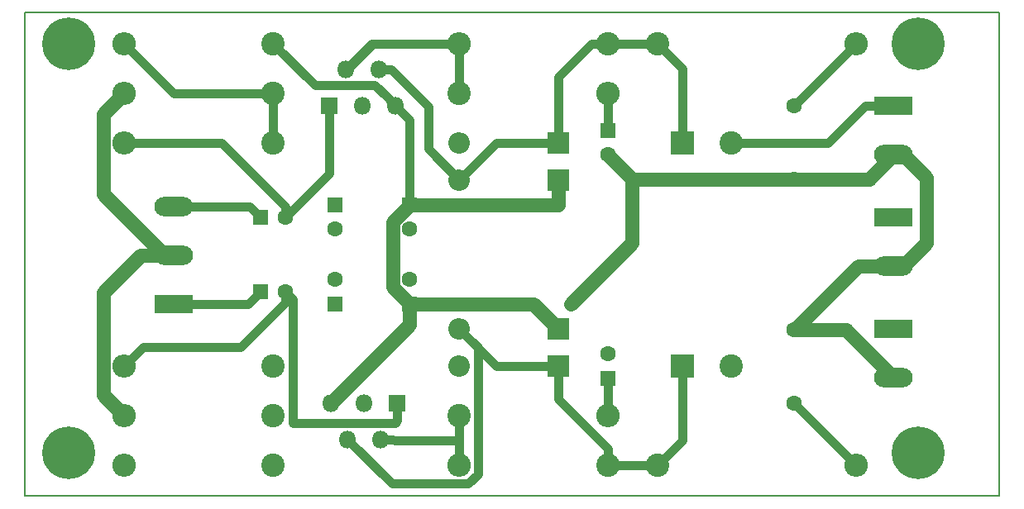
<source format=gbr>
%TF.GenerationSoftware,KiCad,Pcbnew,(5.0.0)*%
%TF.CreationDate,2018-07-24T20:25:44+02:00*%
%TF.ProjectId,tda2030StereoAmplifier,7464613230333053746572656F416D70,rev?*%
%TF.SameCoordinates,Original*%
%TF.FileFunction,Copper,L2,Bot,Signal*%
%TF.FilePolarity,Positive*%
%FSLAX46Y46*%
G04 Gerber Fmt 4.6, Leading zero omitted, Abs format (unit mm)*
G04 Created by KiCad (PCBNEW (5.0.0)) date 07/24/18 20:25:44*
%MOMM*%
%LPD*%
G01*
G04 APERTURE LIST*
%ADD10C,0.150000*%
%ADD11C,5.400000*%
%ADD12R,1.600000X1.600000*%
%ADD13C,1.600000*%
%ADD14O,1.800000X1.800000*%
%ADD15R,1.800000X1.800000*%
%ADD16C,2.400000*%
%ADD17O,2.400000X2.400000*%
%ADD18R,3.960000X1.980000*%
%ADD19O,3.960000X1.980000*%
%ADD20R,2.400000X2.400000*%
%ADD21O,2.200000X2.200000*%
%ADD22R,2.200000X2.200000*%
%ADD23C,0.800000*%
%ADD24C,0.900000*%
%ADD25C,0.250000*%
%ADD26C,1.400000*%
G04 APERTURE END LIST*
D10*
X17780000Y-95885000D02*
X117475000Y-95885000D01*
X17780000Y-95885000D02*
X17780000Y-46355000D01*
X117475000Y-46355000D02*
X117475000Y-95885000D01*
X17780000Y-46355000D02*
X117475000Y-46355000D01*
D11*
X22225000Y-91440000D03*
X22225000Y-49530000D03*
X109220000Y-49530000D03*
X109220000Y-91440000D03*
D12*
X41910000Y-67310000D03*
D13*
X44410000Y-67310000D03*
D12*
X41910000Y-74930000D03*
D13*
X44410000Y-74930000D03*
X49530000Y-68540000D03*
D12*
X49530000Y-66040000D03*
X49530000Y-76200000D03*
D13*
X49530000Y-73700000D03*
D12*
X57150000Y-66040000D03*
D13*
X57150000Y-68540000D03*
D14*
X49080000Y-86360000D03*
X50780000Y-90060000D03*
X52480000Y-86360000D03*
X54180000Y-90060000D03*
D15*
X55880000Y-86360000D03*
X48895000Y-55880000D03*
D14*
X50595000Y-52180000D03*
X52295000Y-55880000D03*
X53995000Y-52180000D03*
X55695000Y-55880000D03*
D16*
X43180000Y-54610000D03*
D17*
X27940000Y-54610000D03*
D18*
X106680000Y-67310000D03*
D19*
X106680000Y-72310000D03*
D13*
X57150000Y-73700000D03*
D12*
X57150000Y-76200000D03*
D13*
X77470000Y-60920000D03*
D12*
X77470000Y-58420000D03*
X77470000Y-83820000D03*
D13*
X77470000Y-81320000D03*
X96520000Y-55880000D03*
X96520000Y-63380000D03*
X96520000Y-78860000D03*
X96520000Y-86360000D03*
D16*
X90090000Y-59690000D03*
D20*
X85090000Y-59690000D03*
X85090000Y-82550000D03*
D16*
X90090000Y-82550000D03*
D21*
X62230000Y-63500000D03*
D22*
X72390000Y-63500000D03*
X72390000Y-59690000D03*
D21*
X62230000Y-59690000D03*
X62230000Y-82550000D03*
D22*
X72390000Y-82550000D03*
X72390000Y-78740000D03*
D21*
X62230000Y-78740000D03*
D19*
X33020000Y-66200000D03*
X33020000Y-71200000D03*
D18*
X33020000Y-76200000D03*
D19*
X106680000Y-60880000D03*
D18*
X106680000Y-55880000D03*
X106680000Y-78740000D03*
D19*
X106680000Y-83740000D03*
D17*
X27940000Y-87630000D03*
D16*
X43180000Y-87630000D03*
D17*
X27940000Y-59690000D03*
D16*
X43180000Y-59690000D03*
X43180000Y-82550000D03*
D17*
X27940000Y-82550000D03*
D16*
X43180000Y-49530000D03*
D17*
X27940000Y-49530000D03*
X27940000Y-92710000D03*
D16*
X43180000Y-92710000D03*
D17*
X62230000Y-49530000D03*
D16*
X77470000Y-49530000D03*
X62230000Y-54610000D03*
D17*
X77470000Y-54610000D03*
D16*
X62230000Y-87630000D03*
D17*
X77470000Y-87630000D03*
X62230000Y-92710000D03*
D16*
X77470000Y-92710000D03*
D17*
X102870000Y-49530000D03*
D16*
X82550000Y-49530000D03*
X82550000Y-92710000D03*
D17*
X102870000Y-92710000D03*
D23*
X73760002Y-76200000D03*
D24*
X44410000Y-66178630D02*
X44410000Y-67310000D01*
X37921370Y-59690000D02*
X44410000Y-66178630D01*
X27940000Y-59690000D02*
X37921370Y-59690000D01*
X48895000Y-62825000D02*
X48895000Y-55880000D01*
X44410000Y-67310000D02*
X48895000Y-62825000D01*
X40800000Y-66200000D02*
X41910000Y-67310000D01*
X33020000Y-66200000D02*
X40800000Y-66200000D01*
X40640000Y-76200000D02*
X41910000Y-74930000D01*
X33020000Y-76200000D02*
X40640000Y-76200000D01*
X44410000Y-76061370D02*
X44410000Y-74930000D01*
X39821371Y-80649999D02*
X44410000Y-76061370D01*
X29840001Y-80649999D02*
X39821371Y-80649999D01*
X27940000Y-82550000D02*
X29840001Y-80649999D01*
X55880000Y-88160000D02*
X55880000Y-86360000D01*
X55650001Y-88389999D02*
X55880000Y-88160000D01*
X45209999Y-88389999D02*
X55650001Y-88389999D01*
X45209999Y-75729999D02*
X45209999Y-88389999D01*
X44410000Y-74930000D02*
X45209999Y-75729999D01*
D25*
X105690000Y-83740000D02*
X106680000Y-83740000D01*
D26*
X32030000Y-71200000D02*
X33020000Y-71200000D01*
X25789999Y-64959999D02*
X32030000Y-71200000D01*
X25789999Y-56760001D02*
X25789999Y-64959999D01*
X27940000Y-54610000D02*
X25789999Y-56760001D01*
X26740001Y-86430001D02*
X27940000Y-87630000D01*
X25789999Y-85479999D02*
X26740001Y-86430001D01*
X25789999Y-75050001D02*
X25789999Y-85479999D01*
X29640000Y-71200000D02*
X25789999Y-75050001D01*
X33020000Y-71200000D02*
X29640000Y-71200000D01*
X79930000Y-63380000D02*
X79930000Y-69930000D01*
X79930000Y-69930000D02*
X73660000Y-76200000D01*
X79930000Y-63380000D02*
X77470000Y-60920000D01*
X79930000Y-63380000D02*
X96520000Y-63380000D01*
X104180000Y-63380000D02*
X106680000Y-60880000D01*
X96520000Y-63380000D02*
X104180000Y-63380000D01*
X107670000Y-72310000D02*
X106680000Y-72310000D01*
X110060000Y-69920000D02*
X107670000Y-72310000D01*
X110060000Y-63270000D02*
X110060000Y-69920000D01*
X107670000Y-60880000D02*
X110060000Y-63270000D01*
X106680000Y-60880000D02*
X107670000Y-60880000D01*
X103070000Y-72310000D02*
X96520000Y-78860000D01*
X106680000Y-72310000D02*
X103070000Y-72310000D01*
X101800000Y-78860000D02*
X106680000Y-83740000D01*
X96520000Y-78860000D02*
X101800000Y-78860000D01*
D24*
X33020000Y-54610000D02*
X43180000Y-54610000D01*
X27940000Y-49530000D02*
X33020000Y-54610000D01*
X43180000Y-54610000D02*
X43180000Y-59690000D01*
X57150000Y-57335000D02*
X55695000Y-55880000D01*
X57150000Y-66040000D02*
X57150000Y-57335000D01*
X54795001Y-54980001D02*
X55695000Y-55880000D01*
X53595001Y-53780001D02*
X54795001Y-54980001D01*
X47430001Y-53780001D02*
X53595001Y-53780001D01*
X43180000Y-49530000D02*
X47430001Y-53780001D01*
D26*
X59350000Y-66040000D02*
X57150000Y-66040000D01*
X72350000Y-66040000D02*
X59350000Y-66040000D01*
X72390000Y-66000000D02*
X72350000Y-66040000D01*
X72390000Y-63500000D02*
X72390000Y-66000000D01*
X55399999Y-74449999D02*
X57150000Y-76200000D01*
X55399999Y-67790001D02*
X55399999Y-74449999D01*
X57150000Y-66040000D02*
X55399999Y-67790001D01*
X69850000Y-76200000D02*
X72390000Y-78740000D01*
X57150000Y-76200000D02*
X69850000Y-76200000D01*
X57150000Y-78290000D02*
X49080000Y-86360000D01*
X57150000Y-76200000D02*
X57150000Y-78290000D01*
D24*
X77470000Y-54610000D02*
X77470000Y-58420000D01*
X77470000Y-83820000D02*
X77470000Y-87630000D01*
X96520000Y-55880000D02*
X102870000Y-49530000D01*
X96520000Y-86360000D02*
X102870000Y-92710000D01*
X105690000Y-55880000D02*
X106680000Y-55880000D01*
X91787056Y-59690000D02*
X90090000Y-59690000D01*
X99990000Y-59690000D02*
X91787056Y-59690000D01*
X103800000Y-55880000D02*
X99990000Y-59690000D01*
X106680000Y-55880000D02*
X103800000Y-55880000D01*
X85090000Y-52070000D02*
X82550000Y-49530000D01*
X85090000Y-59690000D02*
X85090000Y-52070000D01*
X82550000Y-49530000D02*
X77470000Y-49530000D01*
X72390000Y-57690000D02*
X72390000Y-59690000D01*
X72390000Y-52912944D02*
X72390000Y-57690000D01*
X75772944Y-49530000D02*
X72390000Y-52912944D01*
X77470000Y-49530000D02*
X75772944Y-49530000D01*
X66040000Y-59690000D02*
X62230000Y-63500000D01*
X72390000Y-59690000D02*
X66040000Y-59690000D01*
X55267792Y-52180000D02*
X53995000Y-52180000D01*
X59055000Y-55967208D02*
X55267792Y-52180000D01*
X59055000Y-60325000D02*
X59055000Y-55967208D01*
X62230000Y-63500000D02*
X59055000Y-60325000D01*
X85090000Y-90170000D02*
X82550000Y-92710000D01*
X85090000Y-82550000D02*
X85090000Y-90170000D01*
X82550000Y-92710000D02*
X77470000Y-92710000D01*
X72390000Y-84550000D02*
X72390000Y-82550000D01*
X72390000Y-85932944D02*
X72390000Y-84550000D01*
X77470000Y-91012944D02*
X72390000Y-85932944D01*
X77470000Y-92710000D02*
X77470000Y-91012944D01*
X66040000Y-82550000D02*
X62230000Y-78740000D01*
X72390000Y-82550000D02*
X66040000Y-82550000D01*
X64130001Y-80640001D02*
X63329999Y-79839999D01*
X63142001Y-94610001D02*
X64130001Y-93622001D01*
X63329999Y-79839999D02*
X62230000Y-78740000D01*
X55330001Y-94610001D02*
X63142001Y-94610001D01*
X64130001Y-93622001D02*
X64130001Y-80640001D01*
X50780000Y-90060000D02*
X55330001Y-94610001D01*
D25*
X53880000Y-49530000D02*
X62230000Y-49530000D01*
X51230000Y-52180000D02*
X53880000Y-49530000D01*
D24*
X53245000Y-49530000D02*
X62230000Y-49530000D01*
X50595000Y-52180000D02*
X53245000Y-49530000D01*
X62230000Y-49530000D02*
X62230000Y-54610000D01*
D25*
X62230000Y-87630000D02*
X62230000Y-90170000D01*
X62230000Y-90170000D02*
X62230000Y-92710000D01*
D24*
X62230000Y-87630000D02*
X62230000Y-92710000D01*
X55562792Y-90170000D02*
X62230000Y-90170000D01*
X55452792Y-90060000D02*
X55562792Y-90170000D01*
X54180000Y-90060000D02*
X55452792Y-90060000D01*
M02*

</source>
